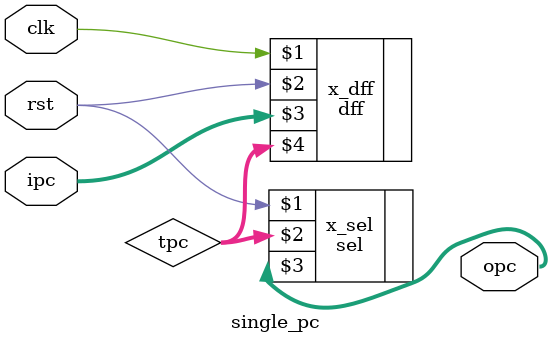
<source format=v>
`timescale 1ns / 1ps
module single_pc(clk,rst,ipc,opc);
		input clk;
		input rst;
 		input [8:0] ipc;
  		output [8:0] opc;
		wire [8:0] tpc;
		
		dff x_dff(clk,rst,ipc,tpc);
		sel x_sel(rst,tpc,opc);
endmodule


</source>
